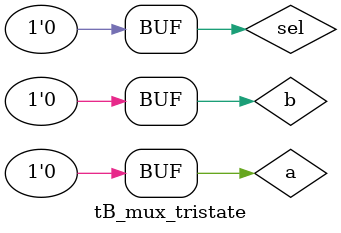
<source format=v>
`timescale 1us/1ns
module tB_mux_tristate(
	// no input here 
	);
	
	reg a, b;
	reg sel;
	wire dout;
	
	// Instantiate the DUT
	mux_tristate MUX1(
		.a(a),
		.b(b),
		.sel(sel),
		.dout(dout)
	);
	
	// Toggle sel (select line)
	initial begin
		$monitor(" a = %b, b = %b, sel = %b, dout = %b", a, b, sel, dout);
		#1; a = 0; b = 0; sel = 0;
		#1; a = 1; b = 0; sel = 0; 
		#1; a = 1; b = 0; sel = 1;
		#1; a = 0; b = 1; sel = 1;
		#1; a = 0; b = 0; sel = 0;
		#1;
	end
	
endmodule
</source>
